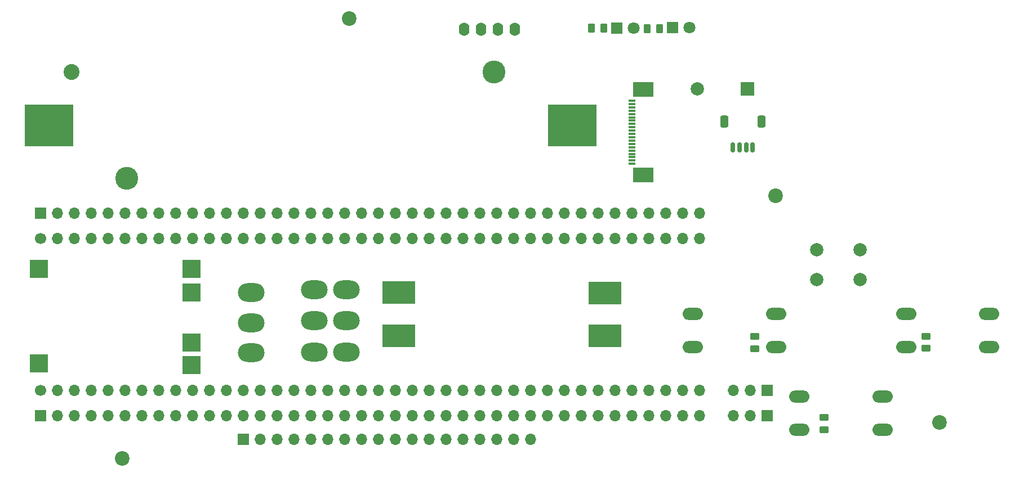
<source format=gts>
G04 #@! TF.GenerationSoftware,KiCad,Pcbnew,(7.99.0-200-gad838e3d73)*
G04 #@! TF.CreationDate,2024-04-01T14:09:54+07:00*
G04 #@! TF.ProjectId,WMS,574d532e-6b69-4636-9164-5f7063625858,rev?*
G04 #@! TF.SameCoordinates,Original*
G04 #@! TF.FileFunction,Soldermask,Top*
G04 #@! TF.FilePolarity,Negative*
%FSLAX46Y46*%
G04 Gerber Fmt 4.6, Leading zero omitted, Abs format (unit mm)*
G04 Created by KiCad (PCBNEW (7.99.0-200-gad838e3d73)) date 2024-04-01 14:09:54*
%MOMM*%
%LPD*%
G01*
G04 APERTURE LIST*
G04 Aperture macros list*
%AMRoundRect*
0 Rectangle with rounded corners*
0 $1 Rounding radius*
0 $2 $3 $4 $5 $6 $7 $8 $9 X,Y pos of 4 corners*
0 Add a 4 corners polygon primitive as box body*
4,1,4,$2,$3,$4,$5,$6,$7,$8,$9,$2,$3,0*
0 Add four circle primitives for the rounded corners*
1,1,$1+$1,$2,$3*
1,1,$1+$1,$4,$5*
1,1,$1+$1,$6,$7*
1,1,$1+$1,$8,$9*
0 Add four rect primitives between the rounded corners*
20,1,$1+$1,$2,$3,$4,$5,0*
20,1,$1+$1,$4,$5,$6,$7,0*
20,1,$1+$1,$6,$7,$8,$9,0*
20,1,$1+$1,$8,$9,$2,$3,0*%
G04 Aperture macros list end*
%ADD10RoundRect,0.250000X-0.262500X-0.450000X0.262500X-0.450000X0.262500X0.450000X-0.262500X0.450000X0*%
%ADD11R,5.000000X3.500000*%
%ADD12RoundRect,0.250000X0.450000X-0.262500X0.450000X0.262500X-0.450000X0.262500X-0.450000X-0.262500X0*%
%ADD13C,2.390000*%
%ADD14C,3.450000*%
%ADD15R,7.340000X6.350000*%
%ADD16C,2.200000*%
%ADD17R,1.700000X1.700000*%
%ADD18O,1.700000X1.700000*%
%ADD19R,1.100000X0.300000*%
%ADD20R,3.100000X2.300000*%
%ADD21RoundRect,0.150000X0.150000X0.625000X-0.150000X0.625000X-0.150000X-0.625000X0.150000X-0.625000X0*%
%ADD22RoundRect,0.250000X0.350000X0.650000X-0.350000X0.650000X-0.350000X-0.650000X0.350000X-0.650000X0*%
%ADD23C,1.700000*%
%ADD24R,2.800000X2.800000*%
%ADD25O,4.000000X2.800000*%
%ADD26O,3.048000X1.850000*%
%ADD27R,2.000000X2.000000*%
%ADD28C,2.000000*%
%ADD29O,1.600000X2.000000*%
%ADD30R,1.800000X1.800000*%
%ADD31C,1.800000*%
G04 APERTURE END LIST*
D10*
X166370000Y-50215800D03*
X168195000Y-50215800D03*
D11*
X160019999Y-89965999D03*
X160019999Y-96415999D03*
X129019999Y-96415999D03*
X129019999Y-89915999D03*
D12*
X192963800Y-110515400D03*
X192963800Y-108690400D03*
D13*
X79807000Y-56744600D03*
D14*
X88137000Y-72744600D03*
X143337000Y-56744600D03*
D15*
X76406999Y-64744599D03*
X155066999Y-64744599D03*
D10*
X157991800Y-50114200D03*
X159816800Y-50114200D03*
D16*
X185674000Y-75311000D03*
D17*
X75183999Y-108457999D03*
D18*
X77723999Y-108457999D03*
X80263999Y-108457999D03*
X82803999Y-108457999D03*
X85343999Y-108457999D03*
X87883999Y-108457999D03*
X90423999Y-108457999D03*
X92963999Y-108457999D03*
X95503999Y-108457999D03*
X98043999Y-108457999D03*
X100583999Y-108457999D03*
X103123999Y-108457999D03*
X105663999Y-108457999D03*
X108203999Y-108457999D03*
X110743999Y-108457999D03*
X113283999Y-108457999D03*
X115823999Y-108457999D03*
X118363999Y-108457999D03*
X120903999Y-108457999D03*
X123443999Y-108457999D03*
X125983999Y-108457999D03*
X128523999Y-108457999D03*
X131063999Y-108457999D03*
X133603999Y-108457999D03*
X136143999Y-108457999D03*
X138683999Y-108457999D03*
X141223999Y-108457999D03*
X143763999Y-108457999D03*
X146303999Y-108457999D03*
X148843999Y-108457999D03*
X151383999Y-108457999D03*
X153923999Y-108457999D03*
X156463999Y-108457999D03*
X159003999Y-108457999D03*
X161543999Y-108457999D03*
X164083999Y-108457999D03*
X166623999Y-108457999D03*
X169163999Y-108457999D03*
X171703999Y-108457999D03*
X174243999Y-108457999D03*
D19*
X164083999Y-61029199D03*
X164083999Y-61529199D03*
X164083999Y-62029199D03*
X164083999Y-62529199D03*
X164083999Y-63029199D03*
X164083999Y-63529199D03*
X164083999Y-64029199D03*
X164083999Y-64529199D03*
X164083999Y-65029199D03*
X164083999Y-65529199D03*
X164083999Y-66029199D03*
X164083999Y-66529199D03*
X164083999Y-67029199D03*
X164083999Y-67529199D03*
X164083999Y-68029199D03*
X164083999Y-68529199D03*
X164083999Y-69029199D03*
X164083999Y-69529199D03*
X164083999Y-70029199D03*
X164083999Y-70529199D03*
D20*
X165783999Y-72199199D03*
X165783999Y-59359199D03*
D17*
X184403999Y-108457999D03*
D18*
X181863999Y-108457999D03*
X179323999Y-108457999D03*
D16*
X210312000Y-109474000D03*
X121564400Y-48691800D03*
D21*
X182221000Y-68040000D03*
X181221000Y-68040000D03*
X180221000Y-68040000D03*
X179221000Y-68040000D03*
D22*
X183521000Y-64165000D03*
X177921000Y-64165000D03*
D12*
X182549800Y-98345000D03*
X182549800Y-96520000D03*
X208254600Y-98294200D03*
X208254600Y-96469200D03*
D23*
X75184000Y-81788000D03*
D18*
X77723999Y-81787999D03*
X80263999Y-81787999D03*
X82803999Y-81787999D03*
X85343999Y-81787999D03*
X87883999Y-81787999D03*
X90423999Y-81787999D03*
X92963999Y-81787999D03*
X95503999Y-81787999D03*
X98043999Y-81787999D03*
X100583999Y-81787999D03*
X103123999Y-81787999D03*
X105663999Y-81787999D03*
X108203999Y-81787999D03*
X110743999Y-81787999D03*
X113283999Y-81787999D03*
X115823999Y-81787999D03*
X118363999Y-81787999D03*
X120903999Y-81787999D03*
X123443999Y-81787999D03*
X125983999Y-81787999D03*
X128523999Y-81787999D03*
X131063999Y-81787999D03*
X133603999Y-81787999D03*
X136143999Y-81787999D03*
X138683999Y-81787999D03*
X141223999Y-81787999D03*
X143763999Y-81787999D03*
X146303999Y-81787999D03*
X148843999Y-81787999D03*
X151383999Y-81787999D03*
X153923999Y-81787999D03*
X156463999Y-81787999D03*
X159003999Y-81787999D03*
X161543999Y-81787999D03*
X164083999Y-81787999D03*
X166623999Y-81787999D03*
X169163999Y-81787999D03*
X171703999Y-81787999D03*
X174243999Y-81787999D03*
X174243999Y-104647999D03*
X171703999Y-104647999D03*
X169163999Y-104647999D03*
X166623999Y-104647999D03*
X164083999Y-104647999D03*
X161543999Y-104647999D03*
X159003999Y-104647999D03*
X156463999Y-104647999D03*
X153923999Y-104647999D03*
X151383999Y-104647999D03*
X148843999Y-104647999D03*
X146303999Y-104647999D03*
X143763999Y-104647999D03*
X141223999Y-104647999D03*
X138683999Y-104647999D03*
X136143999Y-104647999D03*
X133603999Y-104647999D03*
X131063999Y-104647999D03*
X128523999Y-104647999D03*
X125983999Y-104647999D03*
X123443999Y-104647999D03*
X120903999Y-104647999D03*
X118363999Y-104647999D03*
X115823999Y-104647999D03*
X113283999Y-104647999D03*
X110743999Y-104647999D03*
X108203999Y-104647999D03*
X105663999Y-104647999D03*
X103123999Y-104647999D03*
X100583999Y-104647999D03*
X98043999Y-104647999D03*
X95503999Y-104647999D03*
X92963999Y-104647999D03*
X90423999Y-104647999D03*
X87883999Y-104647999D03*
X85343999Y-104647999D03*
X82803999Y-104647999D03*
X80263999Y-104647999D03*
X77723999Y-104647999D03*
D23*
X75184000Y-104648000D03*
D18*
X179323999Y-104647999D03*
X181863999Y-104647999D03*
D17*
X184403999Y-104647999D03*
D16*
X87426800Y-114858800D03*
D17*
X105663999Y-112013999D03*
D18*
X108203999Y-112013999D03*
X110743999Y-112013999D03*
X113283999Y-112013999D03*
X115823999Y-112013999D03*
X118363999Y-112013999D03*
X120903999Y-112013999D03*
X123443999Y-112013999D03*
X125983999Y-112013999D03*
X128523999Y-112013999D03*
X131063999Y-112013999D03*
X133603999Y-112013999D03*
X136143999Y-112013999D03*
X138683999Y-112013999D03*
X141223999Y-112013999D03*
X143763999Y-112013999D03*
X146303999Y-112013999D03*
X148843999Y-112013999D03*
D24*
X74929999Y-86359999D03*
X74929999Y-100559999D03*
X97829999Y-86359999D03*
X97829999Y-100859999D03*
X97829999Y-89859999D03*
X97829999Y-97459999D03*
D17*
X75183999Y-77977999D03*
D18*
X77723999Y-77977999D03*
X80263999Y-77977999D03*
X82803999Y-77977999D03*
X85343999Y-77977999D03*
X87883999Y-77977999D03*
X90423999Y-77977999D03*
X92963999Y-77977999D03*
X95503999Y-77977999D03*
X98043999Y-77977999D03*
X100583999Y-77977999D03*
X103123999Y-77977999D03*
X105663999Y-77977999D03*
X108203999Y-77977999D03*
X110743999Y-77977999D03*
X113283999Y-77977999D03*
X115823999Y-77977999D03*
X118363999Y-77977999D03*
X120903999Y-77977999D03*
X123443999Y-77977999D03*
X125983999Y-77977999D03*
X128523999Y-77977999D03*
X131063999Y-77977999D03*
X133603999Y-77977999D03*
X136143999Y-77977999D03*
X138683999Y-77977999D03*
X141223999Y-77977999D03*
X143763999Y-77977999D03*
X146303999Y-77977999D03*
X148843999Y-77977999D03*
X151383999Y-77977999D03*
X153923999Y-77977999D03*
X156463999Y-77977999D03*
X159003999Y-77977999D03*
X161543999Y-77977999D03*
X164083999Y-77977999D03*
X166623999Y-77977999D03*
X169163999Y-77977999D03*
X171703999Y-77977999D03*
X174243999Y-77977999D03*
D25*
X116331999Y-89456799D03*
X116331999Y-94156799D03*
X116331999Y-98856799D03*
X121131999Y-89456799D03*
X121131999Y-94156799D03*
X121131999Y-98856799D03*
D26*
X185724799Y-93080199D03*
X173224799Y-93080199D03*
X185724799Y-98080199D03*
X173224799Y-98080199D03*
D27*
X181447599Y-59207399D03*
D28*
X173847600Y-59207400D03*
D25*
X106857799Y-98932999D03*
X106857799Y-94432999D03*
X106857799Y-89932999D03*
D29*
X146469599Y-50258399D03*
X143929599Y-50258399D03*
X141389599Y-50258399D03*
X138849599Y-50258399D03*
D26*
X217782799Y-93094799D03*
X205282799Y-93094799D03*
X217782799Y-98094799D03*
X205282799Y-98094799D03*
D30*
X170205399Y-50037999D03*
D31*
X172745400Y-50038000D03*
D30*
X161797999Y-50114199D03*
D31*
X164338000Y-50114200D03*
D26*
X201755399Y-105587799D03*
X189255399Y-105587799D03*
X201755399Y-110587799D03*
X189255399Y-110587799D03*
D28*
X198322000Y-83424200D03*
X191822000Y-83424200D03*
X198322000Y-87924200D03*
X191822000Y-87924200D03*
M02*

</source>
